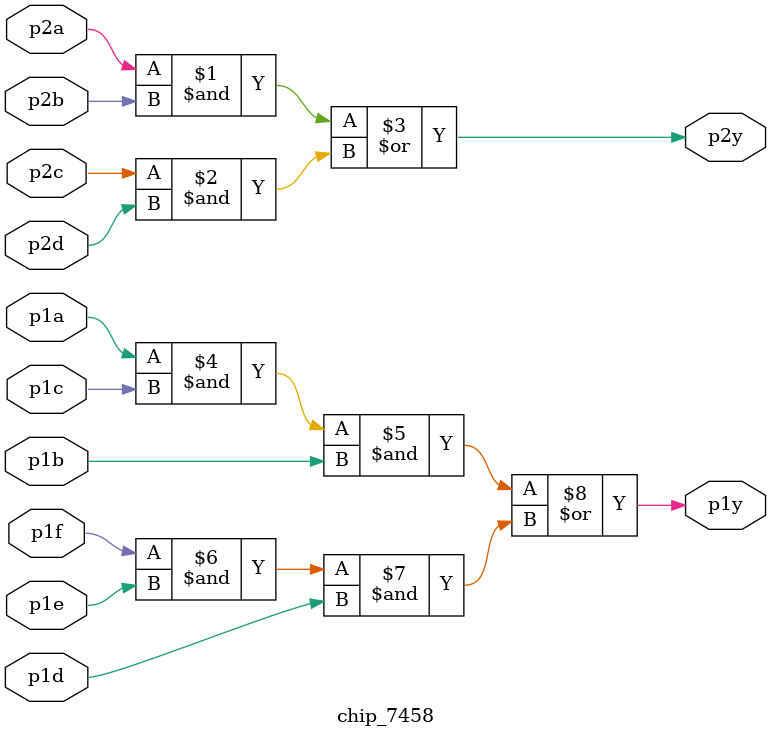
<source format=v>
module chip_7458 ( 
    input p1a, p1b, p1c, p1d, p1e, p1f,
    output p1y,
    input p2a, p2b, p2c, p2d,
    output p2y );

    // write code here
assign p2y = (p2a & p2b) | (p2c & p2d);
assign p1y = (p1a & p1c & p1b) | (p1f & p1e & p1d);

endmodule
</source>
